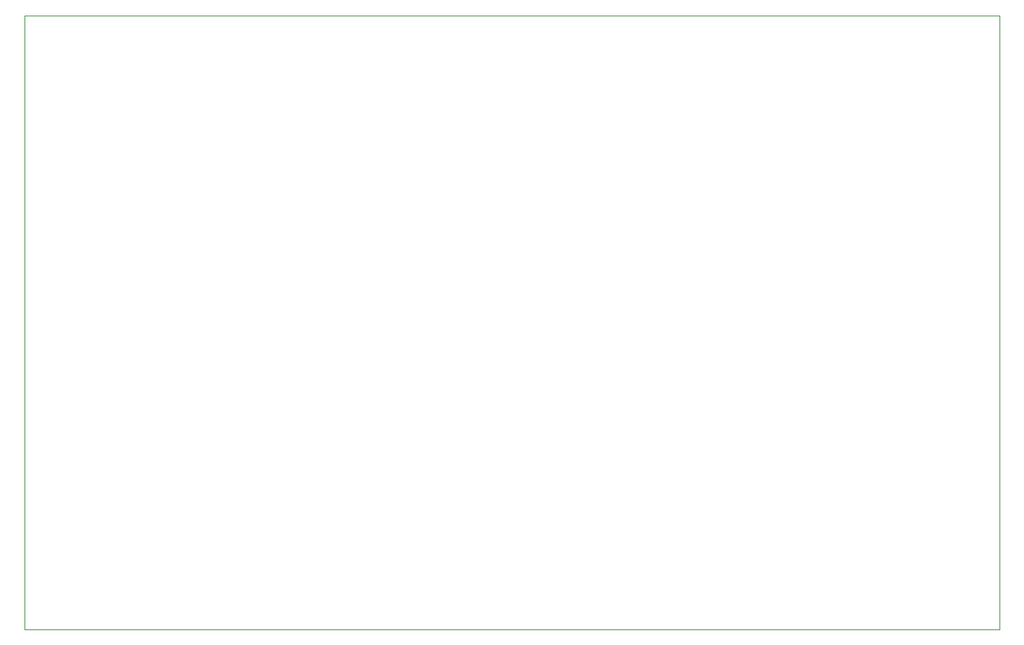
<source format=gm1>
G04 #@! TF.GenerationSoftware,KiCad,Pcbnew,7.0.2-6a45011f42~172~ubuntu22.04.1*
G04 #@! TF.CreationDate,2023-07-03T14:39:39+08:00*
G04 #@! TF.ProjectId,panel_3_1,70616e65-6c5f-4335-9f31-2e6b69636164,rev?*
G04 #@! TF.SameCoordinates,Original*
G04 #@! TF.FileFunction,Profile,NP*
%FSLAX46Y46*%
G04 Gerber Fmt 4.6, Leading zero omitted, Abs format (unit mm)*
G04 Created by KiCad (PCBNEW 7.0.2-6a45011f42~172~ubuntu22.04.1) date 2023-07-03 14:39:39*
%MOMM*%
%LPD*%
G01*
G04 APERTURE LIST*
G04 #@! TA.AperFunction,Profile*
%ADD10C,0.100000*%
G04 #@! TD*
G04 APERTURE END LIST*
D10*
X0Y-37000000D02*
X0Y-41000000D01*
X0Y-33000000D02*
X0Y-37000000D01*
X111090000Y-28800000D02*
X111090000Y0D01*
X111090000Y-33000000D02*
X111090000Y-29000000D01*
X111090000Y-37000000D02*
X111090000Y-33000000D01*
X0Y-70000000D02*
X111090000Y-70000000D01*
X0Y-29000000D02*
X0Y-33000000D01*
X111090000Y0D02*
X0Y0D01*
X0Y-28800000D02*
X0Y-29000000D01*
X111090000Y-29000000D02*
X111090000Y-28800000D01*
X111090000Y-41200000D02*
X111090000Y-41000000D01*
X111090000Y-70000000D02*
X111090000Y-41200000D01*
X0Y-41000000D02*
X0Y-41200000D01*
X111090000Y0D02*
X111090000Y0D01*
X111090000Y-41000000D02*
X111090000Y-37000000D01*
X0Y-41200000D02*
X0Y-70000000D01*
X0Y0D02*
X0Y-28800000D01*
M02*

</source>
